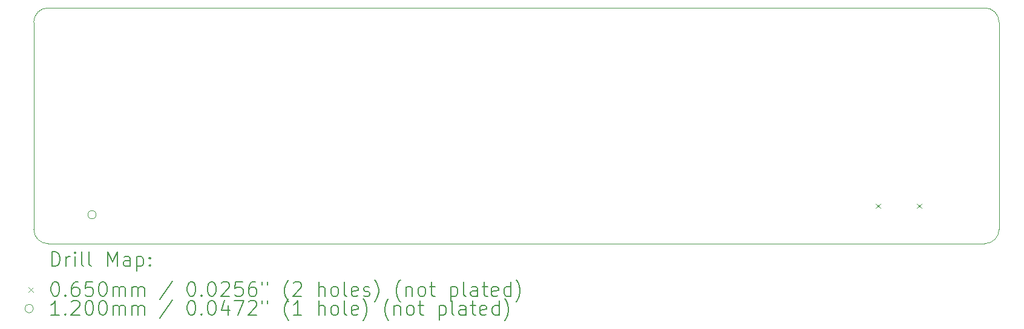
<source format=gbr>
%FSLAX45Y45*%
G04 Gerber Fmt 4.5, Leading zero omitted, Abs format (unit mm)*
G04 Created by KiCad (PCBNEW (6.0.4)) date 2022-04-16 00:06:37*
%MOMM*%
%LPD*%
G01*
G04 APERTURE LIST*
%TA.AperFunction,Profile*%
%ADD10C,0.100000*%
%TD*%
%ADD11C,0.200000*%
%ADD12C,0.065000*%
%ADD13C,0.120000*%
G04 APERTURE END LIST*
D10*
X8975000Y-8375000D02*
G75*
G03*
X8775000Y-8575000I0J-200000D01*
G01*
X22080000Y-8375000D02*
X8975000Y-8375000D01*
X22080000Y-11675000D02*
G75*
G03*
X22280000Y-11475000I0J200000D01*
G01*
X8975000Y-11675000D02*
X22080000Y-11675000D01*
X22280000Y-11475000D02*
X22280000Y-8575000D01*
X22280000Y-8575000D02*
G75*
G03*
X22080000Y-8375000I-200000J0D01*
G01*
X8775000Y-11475000D02*
G75*
G03*
X8975000Y-11675000I200000J0D01*
G01*
X8775000Y-8575000D02*
X8775000Y-11475000D01*
D11*
D12*
X20553500Y-11116019D02*
X20618500Y-11181019D01*
X20618500Y-11116019D02*
X20553500Y-11181019D01*
X21131500Y-11116019D02*
X21196500Y-11181019D01*
X21196500Y-11116019D02*
X21131500Y-11181019D01*
D13*
X9650000Y-11270000D02*
G75*
G03*
X9650000Y-11270000I-60000J0D01*
G01*
D11*
X9027619Y-11990476D02*
X9027619Y-11790476D01*
X9075238Y-11790476D01*
X9103810Y-11800000D01*
X9122857Y-11819048D01*
X9132381Y-11838095D01*
X9141905Y-11876190D01*
X9141905Y-11904762D01*
X9132381Y-11942857D01*
X9122857Y-11961905D01*
X9103810Y-11980952D01*
X9075238Y-11990476D01*
X9027619Y-11990476D01*
X9227619Y-11990476D02*
X9227619Y-11857143D01*
X9227619Y-11895238D02*
X9237143Y-11876190D01*
X9246667Y-11866667D01*
X9265714Y-11857143D01*
X9284762Y-11857143D01*
X9351429Y-11990476D02*
X9351429Y-11857143D01*
X9351429Y-11790476D02*
X9341905Y-11800000D01*
X9351429Y-11809524D01*
X9360952Y-11800000D01*
X9351429Y-11790476D01*
X9351429Y-11809524D01*
X9475238Y-11990476D02*
X9456190Y-11980952D01*
X9446667Y-11961905D01*
X9446667Y-11790476D01*
X9580000Y-11990476D02*
X9560952Y-11980952D01*
X9551429Y-11961905D01*
X9551429Y-11790476D01*
X9808571Y-11990476D02*
X9808571Y-11790476D01*
X9875238Y-11933333D01*
X9941905Y-11790476D01*
X9941905Y-11990476D01*
X10122857Y-11990476D02*
X10122857Y-11885714D01*
X10113333Y-11866667D01*
X10094286Y-11857143D01*
X10056190Y-11857143D01*
X10037143Y-11866667D01*
X10122857Y-11980952D02*
X10103810Y-11990476D01*
X10056190Y-11990476D01*
X10037143Y-11980952D01*
X10027619Y-11961905D01*
X10027619Y-11942857D01*
X10037143Y-11923809D01*
X10056190Y-11914286D01*
X10103810Y-11914286D01*
X10122857Y-11904762D01*
X10218095Y-11857143D02*
X10218095Y-12057143D01*
X10218095Y-11866667D02*
X10237143Y-11857143D01*
X10275238Y-11857143D01*
X10294286Y-11866667D01*
X10303810Y-11876190D01*
X10313333Y-11895238D01*
X10313333Y-11952381D01*
X10303810Y-11971428D01*
X10294286Y-11980952D01*
X10275238Y-11990476D01*
X10237143Y-11990476D01*
X10218095Y-11980952D01*
X10399048Y-11971428D02*
X10408571Y-11980952D01*
X10399048Y-11990476D01*
X10389524Y-11980952D01*
X10399048Y-11971428D01*
X10399048Y-11990476D01*
X10399048Y-11866667D02*
X10408571Y-11876190D01*
X10399048Y-11885714D01*
X10389524Y-11876190D01*
X10399048Y-11866667D01*
X10399048Y-11885714D01*
D12*
X8705000Y-12287500D02*
X8770000Y-12352500D01*
X8770000Y-12287500D02*
X8705000Y-12352500D01*
D11*
X9065714Y-12210476D02*
X9084762Y-12210476D01*
X9103810Y-12220000D01*
X9113333Y-12229524D01*
X9122857Y-12248571D01*
X9132381Y-12286667D01*
X9132381Y-12334286D01*
X9122857Y-12372381D01*
X9113333Y-12391428D01*
X9103810Y-12400952D01*
X9084762Y-12410476D01*
X9065714Y-12410476D01*
X9046667Y-12400952D01*
X9037143Y-12391428D01*
X9027619Y-12372381D01*
X9018095Y-12334286D01*
X9018095Y-12286667D01*
X9027619Y-12248571D01*
X9037143Y-12229524D01*
X9046667Y-12220000D01*
X9065714Y-12210476D01*
X9218095Y-12391428D02*
X9227619Y-12400952D01*
X9218095Y-12410476D01*
X9208571Y-12400952D01*
X9218095Y-12391428D01*
X9218095Y-12410476D01*
X9399048Y-12210476D02*
X9360952Y-12210476D01*
X9341905Y-12220000D01*
X9332381Y-12229524D01*
X9313333Y-12258095D01*
X9303810Y-12296190D01*
X9303810Y-12372381D01*
X9313333Y-12391428D01*
X9322857Y-12400952D01*
X9341905Y-12410476D01*
X9380000Y-12410476D01*
X9399048Y-12400952D01*
X9408571Y-12391428D01*
X9418095Y-12372381D01*
X9418095Y-12324762D01*
X9408571Y-12305714D01*
X9399048Y-12296190D01*
X9380000Y-12286667D01*
X9341905Y-12286667D01*
X9322857Y-12296190D01*
X9313333Y-12305714D01*
X9303810Y-12324762D01*
X9599048Y-12210476D02*
X9503810Y-12210476D01*
X9494286Y-12305714D01*
X9503810Y-12296190D01*
X9522857Y-12286667D01*
X9570476Y-12286667D01*
X9589524Y-12296190D01*
X9599048Y-12305714D01*
X9608571Y-12324762D01*
X9608571Y-12372381D01*
X9599048Y-12391428D01*
X9589524Y-12400952D01*
X9570476Y-12410476D01*
X9522857Y-12410476D01*
X9503810Y-12400952D01*
X9494286Y-12391428D01*
X9732381Y-12210476D02*
X9751429Y-12210476D01*
X9770476Y-12220000D01*
X9780000Y-12229524D01*
X9789524Y-12248571D01*
X9799048Y-12286667D01*
X9799048Y-12334286D01*
X9789524Y-12372381D01*
X9780000Y-12391428D01*
X9770476Y-12400952D01*
X9751429Y-12410476D01*
X9732381Y-12410476D01*
X9713333Y-12400952D01*
X9703810Y-12391428D01*
X9694286Y-12372381D01*
X9684762Y-12334286D01*
X9684762Y-12286667D01*
X9694286Y-12248571D01*
X9703810Y-12229524D01*
X9713333Y-12220000D01*
X9732381Y-12210476D01*
X9884762Y-12410476D02*
X9884762Y-12277143D01*
X9884762Y-12296190D02*
X9894286Y-12286667D01*
X9913333Y-12277143D01*
X9941905Y-12277143D01*
X9960952Y-12286667D01*
X9970476Y-12305714D01*
X9970476Y-12410476D01*
X9970476Y-12305714D02*
X9980000Y-12286667D01*
X9999048Y-12277143D01*
X10027619Y-12277143D01*
X10046667Y-12286667D01*
X10056190Y-12305714D01*
X10056190Y-12410476D01*
X10151429Y-12410476D02*
X10151429Y-12277143D01*
X10151429Y-12296190D02*
X10160952Y-12286667D01*
X10180000Y-12277143D01*
X10208571Y-12277143D01*
X10227619Y-12286667D01*
X10237143Y-12305714D01*
X10237143Y-12410476D01*
X10237143Y-12305714D02*
X10246667Y-12286667D01*
X10265714Y-12277143D01*
X10294286Y-12277143D01*
X10313333Y-12286667D01*
X10322857Y-12305714D01*
X10322857Y-12410476D01*
X10713333Y-12200952D02*
X10541905Y-12458095D01*
X10970476Y-12210476D02*
X10989524Y-12210476D01*
X11008571Y-12220000D01*
X11018095Y-12229524D01*
X11027619Y-12248571D01*
X11037143Y-12286667D01*
X11037143Y-12334286D01*
X11027619Y-12372381D01*
X11018095Y-12391428D01*
X11008571Y-12400952D01*
X10989524Y-12410476D01*
X10970476Y-12410476D01*
X10951429Y-12400952D01*
X10941905Y-12391428D01*
X10932381Y-12372381D01*
X10922857Y-12334286D01*
X10922857Y-12286667D01*
X10932381Y-12248571D01*
X10941905Y-12229524D01*
X10951429Y-12220000D01*
X10970476Y-12210476D01*
X11122857Y-12391428D02*
X11132381Y-12400952D01*
X11122857Y-12410476D01*
X11113333Y-12400952D01*
X11122857Y-12391428D01*
X11122857Y-12410476D01*
X11256190Y-12210476D02*
X11275238Y-12210476D01*
X11294286Y-12220000D01*
X11303809Y-12229524D01*
X11313333Y-12248571D01*
X11322857Y-12286667D01*
X11322857Y-12334286D01*
X11313333Y-12372381D01*
X11303809Y-12391428D01*
X11294286Y-12400952D01*
X11275238Y-12410476D01*
X11256190Y-12410476D01*
X11237143Y-12400952D01*
X11227619Y-12391428D01*
X11218095Y-12372381D01*
X11208571Y-12334286D01*
X11208571Y-12286667D01*
X11218095Y-12248571D01*
X11227619Y-12229524D01*
X11237143Y-12220000D01*
X11256190Y-12210476D01*
X11399048Y-12229524D02*
X11408571Y-12220000D01*
X11427619Y-12210476D01*
X11475238Y-12210476D01*
X11494286Y-12220000D01*
X11503809Y-12229524D01*
X11513333Y-12248571D01*
X11513333Y-12267619D01*
X11503809Y-12296190D01*
X11389524Y-12410476D01*
X11513333Y-12410476D01*
X11694286Y-12210476D02*
X11599048Y-12210476D01*
X11589524Y-12305714D01*
X11599048Y-12296190D01*
X11618095Y-12286667D01*
X11665714Y-12286667D01*
X11684762Y-12296190D01*
X11694286Y-12305714D01*
X11703809Y-12324762D01*
X11703809Y-12372381D01*
X11694286Y-12391428D01*
X11684762Y-12400952D01*
X11665714Y-12410476D01*
X11618095Y-12410476D01*
X11599048Y-12400952D01*
X11589524Y-12391428D01*
X11875238Y-12210476D02*
X11837143Y-12210476D01*
X11818095Y-12220000D01*
X11808571Y-12229524D01*
X11789524Y-12258095D01*
X11780000Y-12296190D01*
X11780000Y-12372381D01*
X11789524Y-12391428D01*
X11799048Y-12400952D01*
X11818095Y-12410476D01*
X11856190Y-12410476D01*
X11875238Y-12400952D01*
X11884762Y-12391428D01*
X11894286Y-12372381D01*
X11894286Y-12324762D01*
X11884762Y-12305714D01*
X11875238Y-12296190D01*
X11856190Y-12286667D01*
X11818095Y-12286667D01*
X11799048Y-12296190D01*
X11789524Y-12305714D01*
X11780000Y-12324762D01*
X11970476Y-12210476D02*
X11970476Y-12248571D01*
X12046667Y-12210476D02*
X12046667Y-12248571D01*
X12341905Y-12486667D02*
X12332381Y-12477143D01*
X12313333Y-12448571D01*
X12303809Y-12429524D01*
X12294286Y-12400952D01*
X12284762Y-12353333D01*
X12284762Y-12315238D01*
X12294286Y-12267619D01*
X12303809Y-12239048D01*
X12313333Y-12220000D01*
X12332381Y-12191428D01*
X12341905Y-12181905D01*
X12408571Y-12229524D02*
X12418095Y-12220000D01*
X12437143Y-12210476D01*
X12484762Y-12210476D01*
X12503809Y-12220000D01*
X12513333Y-12229524D01*
X12522857Y-12248571D01*
X12522857Y-12267619D01*
X12513333Y-12296190D01*
X12399048Y-12410476D01*
X12522857Y-12410476D01*
X12760952Y-12410476D02*
X12760952Y-12210476D01*
X12846667Y-12410476D02*
X12846667Y-12305714D01*
X12837143Y-12286667D01*
X12818095Y-12277143D01*
X12789524Y-12277143D01*
X12770476Y-12286667D01*
X12760952Y-12296190D01*
X12970476Y-12410476D02*
X12951428Y-12400952D01*
X12941905Y-12391428D01*
X12932381Y-12372381D01*
X12932381Y-12315238D01*
X12941905Y-12296190D01*
X12951428Y-12286667D01*
X12970476Y-12277143D01*
X12999048Y-12277143D01*
X13018095Y-12286667D01*
X13027619Y-12296190D01*
X13037143Y-12315238D01*
X13037143Y-12372381D01*
X13027619Y-12391428D01*
X13018095Y-12400952D01*
X12999048Y-12410476D01*
X12970476Y-12410476D01*
X13151428Y-12410476D02*
X13132381Y-12400952D01*
X13122857Y-12381905D01*
X13122857Y-12210476D01*
X13303809Y-12400952D02*
X13284762Y-12410476D01*
X13246667Y-12410476D01*
X13227619Y-12400952D01*
X13218095Y-12381905D01*
X13218095Y-12305714D01*
X13227619Y-12286667D01*
X13246667Y-12277143D01*
X13284762Y-12277143D01*
X13303809Y-12286667D01*
X13313333Y-12305714D01*
X13313333Y-12324762D01*
X13218095Y-12343809D01*
X13389524Y-12400952D02*
X13408571Y-12410476D01*
X13446667Y-12410476D01*
X13465714Y-12400952D01*
X13475238Y-12381905D01*
X13475238Y-12372381D01*
X13465714Y-12353333D01*
X13446667Y-12343809D01*
X13418095Y-12343809D01*
X13399048Y-12334286D01*
X13389524Y-12315238D01*
X13389524Y-12305714D01*
X13399048Y-12286667D01*
X13418095Y-12277143D01*
X13446667Y-12277143D01*
X13465714Y-12286667D01*
X13541905Y-12486667D02*
X13551428Y-12477143D01*
X13570476Y-12448571D01*
X13580000Y-12429524D01*
X13589524Y-12400952D01*
X13599048Y-12353333D01*
X13599048Y-12315238D01*
X13589524Y-12267619D01*
X13580000Y-12239048D01*
X13570476Y-12220000D01*
X13551428Y-12191428D01*
X13541905Y-12181905D01*
X13903809Y-12486667D02*
X13894286Y-12477143D01*
X13875238Y-12448571D01*
X13865714Y-12429524D01*
X13856190Y-12400952D01*
X13846667Y-12353333D01*
X13846667Y-12315238D01*
X13856190Y-12267619D01*
X13865714Y-12239048D01*
X13875238Y-12220000D01*
X13894286Y-12191428D01*
X13903809Y-12181905D01*
X13980000Y-12277143D02*
X13980000Y-12410476D01*
X13980000Y-12296190D02*
X13989524Y-12286667D01*
X14008571Y-12277143D01*
X14037143Y-12277143D01*
X14056190Y-12286667D01*
X14065714Y-12305714D01*
X14065714Y-12410476D01*
X14189524Y-12410476D02*
X14170476Y-12400952D01*
X14160952Y-12391428D01*
X14151428Y-12372381D01*
X14151428Y-12315238D01*
X14160952Y-12296190D01*
X14170476Y-12286667D01*
X14189524Y-12277143D01*
X14218095Y-12277143D01*
X14237143Y-12286667D01*
X14246667Y-12296190D01*
X14256190Y-12315238D01*
X14256190Y-12372381D01*
X14246667Y-12391428D01*
X14237143Y-12400952D01*
X14218095Y-12410476D01*
X14189524Y-12410476D01*
X14313333Y-12277143D02*
X14389524Y-12277143D01*
X14341905Y-12210476D02*
X14341905Y-12381905D01*
X14351428Y-12400952D01*
X14370476Y-12410476D01*
X14389524Y-12410476D01*
X14608571Y-12277143D02*
X14608571Y-12477143D01*
X14608571Y-12286667D02*
X14627619Y-12277143D01*
X14665714Y-12277143D01*
X14684762Y-12286667D01*
X14694286Y-12296190D01*
X14703809Y-12315238D01*
X14703809Y-12372381D01*
X14694286Y-12391428D01*
X14684762Y-12400952D01*
X14665714Y-12410476D01*
X14627619Y-12410476D01*
X14608571Y-12400952D01*
X14818095Y-12410476D02*
X14799048Y-12400952D01*
X14789524Y-12381905D01*
X14789524Y-12210476D01*
X14980000Y-12410476D02*
X14980000Y-12305714D01*
X14970476Y-12286667D01*
X14951428Y-12277143D01*
X14913333Y-12277143D01*
X14894286Y-12286667D01*
X14980000Y-12400952D02*
X14960952Y-12410476D01*
X14913333Y-12410476D01*
X14894286Y-12400952D01*
X14884762Y-12381905D01*
X14884762Y-12362857D01*
X14894286Y-12343809D01*
X14913333Y-12334286D01*
X14960952Y-12334286D01*
X14980000Y-12324762D01*
X15046667Y-12277143D02*
X15122857Y-12277143D01*
X15075238Y-12210476D02*
X15075238Y-12381905D01*
X15084762Y-12400952D01*
X15103809Y-12410476D01*
X15122857Y-12410476D01*
X15265714Y-12400952D02*
X15246667Y-12410476D01*
X15208571Y-12410476D01*
X15189524Y-12400952D01*
X15180000Y-12381905D01*
X15180000Y-12305714D01*
X15189524Y-12286667D01*
X15208571Y-12277143D01*
X15246667Y-12277143D01*
X15265714Y-12286667D01*
X15275238Y-12305714D01*
X15275238Y-12324762D01*
X15180000Y-12343809D01*
X15446667Y-12410476D02*
X15446667Y-12210476D01*
X15446667Y-12400952D02*
X15427619Y-12410476D01*
X15389524Y-12410476D01*
X15370476Y-12400952D01*
X15360952Y-12391428D01*
X15351428Y-12372381D01*
X15351428Y-12315238D01*
X15360952Y-12296190D01*
X15370476Y-12286667D01*
X15389524Y-12277143D01*
X15427619Y-12277143D01*
X15446667Y-12286667D01*
X15522857Y-12486667D02*
X15532381Y-12477143D01*
X15551428Y-12448571D01*
X15560952Y-12429524D01*
X15570476Y-12400952D01*
X15580000Y-12353333D01*
X15580000Y-12315238D01*
X15570476Y-12267619D01*
X15560952Y-12239048D01*
X15551428Y-12220000D01*
X15532381Y-12191428D01*
X15522857Y-12181905D01*
D13*
X8770000Y-12584000D02*
G75*
G03*
X8770000Y-12584000I-60000J0D01*
G01*
D11*
X9132381Y-12674476D02*
X9018095Y-12674476D01*
X9075238Y-12674476D02*
X9075238Y-12474476D01*
X9056190Y-12503048D01*
X9037143Y-12522095D01*
X9018095Y-12531619D01*
X9218095Y-12655428D02*
X9227619Y-12664952D01*
X9218095Y-12674476D01*
X9208571Y-12664952D01*
X9218095Y-12655428D01*
X9218095Y-12674476D01*
X9303810Y-12493524D02*
X9313333Y-12484000D01*
X9332381Y-12474476D01*
X9380000Y-12474476D01*
X9399048Y-12484000D01*
X9408571Y-12493524D01*
X9418095Y-12512571D01*
X9418095Y-12531619D01*
X9408571Y-12560190D01*
X9294286Y-12674476D01*
X9418095Y-12674476D01*
X9541905Y-12474476D02*
X9560952Y-12474476D01*
X9580000Y-12484000D01*
X9589524Y-12493524D01*
X9599048Y-12512571D01*
X9608571Y-12550667D01*
X9608571Y-12598286D01*
X9599048Y-12636381D01*
X9589524Y-12655428D01*
X9580000Y-12664952D01*
X9560952Y-12674476D01*
X9541905Y-12674476D01*
X9522857Y-12664952D01*
X9513333Y-12655428D01*
X9503810Y-12636381D01*
X9494286Y-12598286D01*
X9494286Y-12550667D01*
X9503810Y-12512571D01*
X9513333Y-12493524D01*
X9522857Y-12484000D01*
X9541905Y-12474476D01*
X9732381Y-12474476D02*
X9751429Y-12474476D01*
X9770476Y-12484000D01*
X9780000Y-12493524D01*
X9789524Y-12512571D01*
X9799048Y-12550667D01*
X9799048Y-12598286D01*
X9789524Y-12636381D01*
X9780000Y-12655428D01*
X9770476Y-12664952D01*
X9751429Y-12674476D01*
X9732381Y-12674476D01*
X9713333Y-12664952D01*
X9703810Y-12655428D01*
X9694286Y-12636381D01*
X9684762Y-12598286D01*
X9684762Y-12550667D01*
X9694286Y-12512571D01*
X9703810Y-12493524D01*
X9713333Y-12484000D01*
X9732381Y-12474476D01*
X9884762Y-12674476D02*
X9884762Y-12541143D01*
X9884762Y-12560190D02*
X9894286Y-12550667D01*
X9913333Y-12541143D01*
X9941905Y-12541143D01*
X9960952Y-12550667D01*
X9970476Y-12569714D01*
X9970476Y-12674476D01*
X9970476Y-12569714D02*
X9980000Y-12550667D01*
X9999048Y-12541143D01*
X10027619Y-12541143D01*
X10046667Y-12550667D01*
X10056190Y-12569714D01*
X10056190Y-12674476D01*
X10151429Y-12674476D02*
X10151429Y-12541143D01*
X10151429Y-12560190D02*
X10160952Y-12550667D01*
X10180000Y-12541143D01*
X10208571Y-12541143D01*
X10227619Y-12550667D01*
X10237143Y-12569714D01*
X10237143Y-12674476D01*
X10237143Y-12569714D02*
X10246667Y-12550667D01*
X10265714Y-12541143D01*
X10294286Y-12541143D01*
X10313333Y-12550667D01*
X10322857Y-12569714D01*
X10322857Y-12674476D01*
X10713333Y-12464952D02*
X10541905Y-12722095D01*
X10970476Y-12474476D02*
X10989524Y-12474476D01*
X11008571Y-12484000D01*
X11018095Y-12493524D01*
X11027619Y-12512571D01*
X11037143Y-12550667D01*
X11037143Y-12598286D01*
X11027619Y-12636381D01*
X11018095Y-12655428D01*
X11008571Y-12664952D01*
X10989524Y-12674476D01*
X10970476Y-12674476D01*
X10951429Y-12664952D01*
X10941905Y-12655428D01*
X10932381Y-12636381D01*
X10922857Y-12598286D01*
X10922857Y-12550667D01*
X10932381Y-12512571D01*
X10941905Y-12493524D01*
X10951429Y-12484000D01*
X10970476Y-12474476D01*
X11122857Y-12655428D02*
X11132381Y-12664952D01*
X11122857Y-12674476D01*
X11113333Y-12664952D01*
X11122857Y-12655428D01*
X11122857Y-12674476D01*
X11256190Y-12474476D02*
X11275238Y-12474476D01*
X11294286Y-12484000D01*
X11303809Y-12493524D01*
X11313333Y-12512571D01*
X11322857Y-12550667D01*
X11322857Y-12598286D01*
X11313333Y-12636381D01*
X11303809Y-12655428D01*
X11294286Y-12664952D01*
X11275238Y-12674476D01*
X11256190Y-12674476D01*
X11237143Y-12664952D01*
X11227619Y-12655428D01*
X11218095Y-12636381D01*
X11208571Y-12598286D01*
X11208571Y-12550667D01*
X11218095Y-12512571D01*
X11227619Y-12493524D01*
X11237143Y-12484000D01*
X11256190Y-12474476D01*
X11494286Y-12541143D02*
X11494286Y-12674476D01*
X11446667Y-12464952D02*
X11399048Y-12607809D01*
X11522857Y-12607809D01*
X11580000Y-12474476D02*
X11713333Y-12474476D01*
X11627619Y-12674476D01*
X11780000Y-12493524D02*
X11789524Y-12484000D01*
X11808571Y-12474476D01*
X11856190Y-12474476D01*
X11875238Y-12484000D01*
X11884762Y-12493524D01*
X11894286Y-12512571D01*
X11894286Y-12531619D01*
X11884762Y-12560190D01*
X11770476Y-12674476D01*
X11894286Y-12674476D01*
X11970476Y-12474476D02*
X11970476Y-12512571D01*
X12046667Y-12474476D02*
X12046667Y-12512571D01*
X12341905Y-12750667D02*
X12332381Y-12741143D01*
X12313333Y-12712571D01*
X12303809Y-12693524D01*
X12294286Y-12664952D01*
X12284762Y-12617333D01*
X12284762Y-12579238D01*
X12294286Y-12531619D01*
X12303809Y-12503048D01*
X12313333Y-12484000D01*
X12332381Y-12455428D01*
X12341905Y-12445905D01*
X12522857Y-12674476D02*
X12408571Y-12674476D01*
X12465714Y-12674476D02*
X12465714Y-12474476D01*
X12446667Y-12503048D01*
X12427619Y-12522095D01*
X12408571Y-12531619D01*
X12760952Y-12674476D02*
X12760952Y-12474476D01*
X12846667Y-12674476D02*
X12846667Y-12569714D01*
X12837143Y-12550667D01*
X12818095Y-12541143D01*
X12789524Y-12541143D01*
X12770476Y-12550667D01*
X12760952Y-12560190D01*
X12970476Y-12674476D02*
X12951428Y-12664952D01*
X12941905Y-12655428D01*
X12932381Y-12636381D01*
X12932381Y-12579238D01*
X12941905Y-12560190D01*
X12951428Y-12550667D01*
X12970476Y-12541143D01*
X12999048Y-12541143D01*
X13018095Y-12550667D01*
X13027619Y-12560190D01*
X13037143Y-12579238D01*
X13037143Y-12636381D01*
X13027619Y-12655428D01*
X13018095Y-12664952D01*
X12999048Y-12674476D01*
X12970476Y-12674476D01*
X13151428Y-12674476D02*
X13132381Y-12664952D01*
X13122857Y-12645905D01*
X13122857Y-12474476D01*
X13303809Y-12664952D02*
X13284762Y-12674476D01*
X13246667Y-12674476D01*
X13227619Y-12664952D01*
X13218095Y-12645905D01*
X13218095Y-12569714D01*
X13227619Y-12550667D01*
X13246667Y-12541143D01*
X13284762Y-12541143D01*
X13303809Y-12550667D01*
X13313333Y-12569714D01*
X13313333Y-12588762D01*
X13218095Y-12607809D01*
X13380000Y-12750667D02*
X13389524Y-12741143D01*
X13408571Y-12712571D01*
X13418095Y-12693524D01*
X13427619Y-12664952D01*
X13437143Y-12617333D01*
X13437143Y-12579238D01*
X13427619Y-12531619D01*
X13418095Y-12503048D01*
X13408571Y-12484000D01*
X13389524Y-12455428D01*
X13380000Y-12445905D01*
X13741905Y-12750667D02*
X13732381Y-12741143D01*
X13713333Y-12712571D01*
X13703809Y-12693524D01*
X13694286Y-12664952D01*
X13684762Y-12617333D01*
X13684762Y-12579238D01*
X13694286Y-12531619D01*
X13703809Y-12503048D01*
X13713333Y-12484000D01*
X13732381Y-12455428D01*
X13741905Y-12445905D01*
X13818095Y-12541143D02*
X13818095Y-12674476D01*
X13818095Y-12560190D02*
X13827619Y-12550667D01*
X13846667Y-12541143D01*
X13875238Y-12541143D01*
X13894286Y-12550667D01*
X13903809Y-12569714D01*
X13903809Y-12674476D01*
X14027619Y-12674476D02*
X14008571Y-12664952D01*
X13999048Y-12655428D01*
X13989524Y-12636381D01*
X13989524Y-12579238D01*
X13999048Y-12560190D01*
X14008571Y-12550667D01*
X14027619Y-12541143D01*
X14056190Y-12541143D01*
X14075238Y-12550667D01*
X14084762Y-12560190D01*
X14094286Y-12579238D01*
X14094286Y-12636381D01*
X14084762Y-12655428D01*
X14075238Y-12664952D01*
X14056190Y-12674476D01*
X14027619Y-12674476D01*
X14151428Y-12541143D02*
X14227619Y-12541143D01*
X14180000Y-12474476D02*
X14180000Y-12645905D01*
X14189524Y-12664952D01*
X14208571Y-12674476D01*
X14227619Y-12674476D01*
X14446667Y-12541143D02*
X14446667Y-12741143D01*
X14446667Y-12550667D02*
X14465714Y-12541143D01*
X14503809Y-12541143D01*
X14522857Y-12550667D01*
X14532381Y-12560190D01*
X14541905Y-12579238D01*
X14541905Y-12636381D01*
X14532381Y-12655428D01*
X14522857Y-12664952D01*
X14503809Y-12674476D01*
X14465714Y-12674476D01*
X14446667Y-12664952D01*
X14656190Y-12674476D02*
X14637143Y-12664952D01*
X14627619Y-12645905D01*
X14627619Y-12474476D01*
X14818095Y-12674476D02*
X14818095Y-12569714D01*
X14808571Y-12550667D01*
X14789524Y-12541143D01*
X14751428Y-12541143D01*
X14732381Y-12550667D01*
X14818095Y-12664952D02*
X14799048Y-12674476D01*
X14751428Y-12674476D01*
X14732381Y-12664952D01*
X14722857Y-12645905D01*
X14722857Y-12626857D01*
X14732381Y-12607809D01*
X14751428Y-12598286D01*
X14799048Y-12598286D01*
X14818095Y-12588762D01*
X14884762Y-12541143D02*
X14960952Y-12541143D01*
X14913333Y-12474476D02*
X14913333Y-12645905D01*
X14922857Y-12664952D01*
X14941905Y-12674476D01*
X14960952Y-12674476D01*
X15103809Y-12664952D02*
X15084762Y-12674476D01*
X15046667Y-12674476D01*
X15027619Y-12664952D01*
X15018095Y-12645905D01*
X15018095Y-12569714D01*
X15027619Y-12550667D01*
X15046667Y-12541143D01*
X15084762Y-12541143D01*
X15103809Y-12550667D01*
X15113333Y-12569714D01*
X15113333Y-12588762D01*
X15018095Y-12607809D01*
X15284762Y-12674476D02*
X15284762Y-12474476D01*
X15284762Y-12664952D02*
X15265714Y-12674476D01*
X15227619Y-12674476D01*
X15208571Y-12664952D01*
X15199048Y-12655428D01*
X15189524Y-12636381D01*
X15189524Y-12579238D01*
X15199048Y-12560190D01*
X15208571Y-12550667D01*
X15227619Y-12541143D01*
X15265714Y-12541143D01*
X15284762Y-12550667D01*
X15360952Y-12750667D02*
X15370476Y-12741143D01*
X15389524Y-12712571D01*
X15399048Y-12693524D01*
X15408571Y-12664952D01*
X15418095Y-12617333D01*
X15418095Y-12579238D01*
X15408571Y-12531619D01*
X15399048Y-12503048D01*
X15389524Y-12484000D01*
X15370476Y-12455428D01*
X15360952Y-12445905D01*
M02*

</source>
